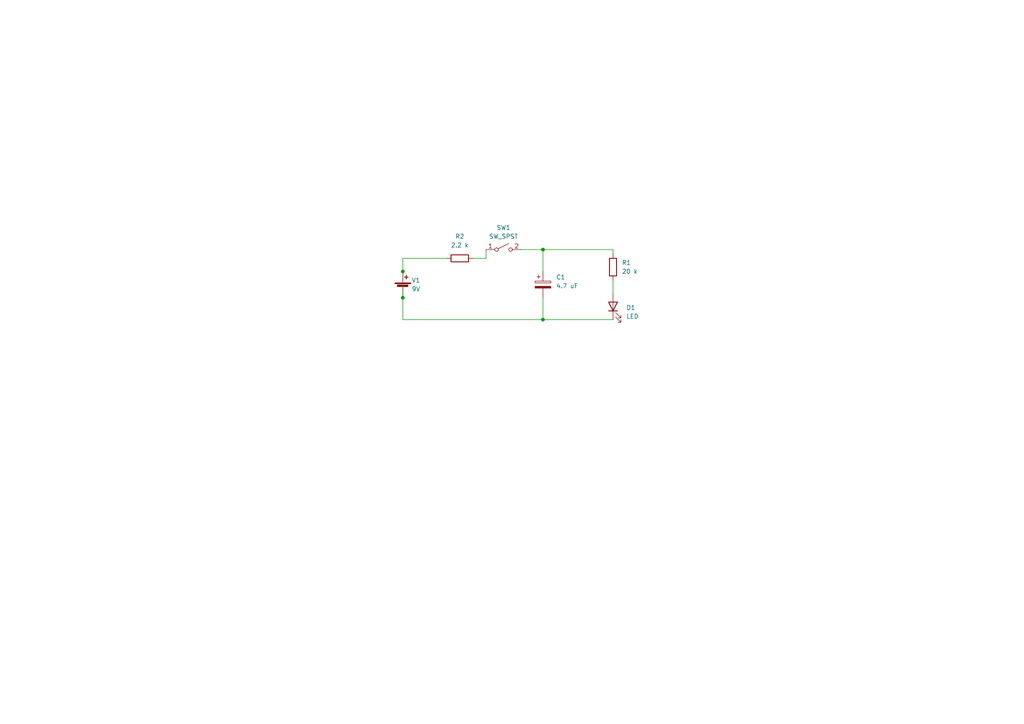
<source format=kicad_sch>
(kicad_sch (version 20211123) (generator eeschema)

  (uuid 1e066f70-73b4-4fd3-9da0-a77b2a5d2fc3)

  (paper "A4")

  (lib_symbols
    (symbol "Device:Battery_Cell" (pin_numbers hide) (pin_names (offset 0) hide) (in_bom yes) (on_board yes)
      (property "Reference" "BT" (id 0) (at 2.54 2.54 0)
        (effects (font (size 1.27 1.27)) (justify left))
      )
      (property "Value" "Battery_Cell" (id 1) (at 2.54 0 0)
        (effects (font (size 1.27 1.27)) (justify left))
      )
      (property "Footprint" "" (id 2) (at 0 1.524 90)
        (effects (font (size 1.27 1.27)) hide)
      )
      (property "Datasheet" "~" (id 3) (at 0 1.524 90)
        (effects (font (size 1.27 1.27)) hide)
      )
      (property "ki_keywords" "battery cell" (id 4) (at 0 0 0)
        (effects (font (size 1.27 1.27)) hide)
      )
      (property "ki_description" "Single-cell battery" (id 5) (at 0 0 0)
        (effects (font (size 1.27 1.27)) hide)
      )
      (symbol "Battery_Cell_0_1"
        (rectangle (start -2.286 1.778) (end 2.286 1.524)
          (stroke (width 0) (type default) (color 0 0 0 0))
          (fill (type outline))
        )
        (rectangle (start -1.5748 1.1938) (end 1.4732 0.6858)
          (stroke (width 0) (type default) (color 0 0 0 0))
          (fill (type outline))
        )
        (polyline
          (pts
            (xy 0 0.762)
            (xy 0 0)
          )
          (stroke (width 0) (type default) (color 0 0 0 0))
          (fill (type none))
        )
        (polyline
          (pts
            (xy 0 1.778)
            (xy 0 2.54)
          )
          (stroke (width 0) (type default) (color 0 0 0 0))
          (fill (type none))
        )
        (polyline
          (pts
            (xy 0.508 3.429)
            (xy 1.524 3.429)
          )
          (stroke (width 0.254) (type default) (color 0 0 0 0))
          (fill (type none))
        )
        (polyline
          (pts
            (xy 1.016 3.937)
            (xy 1.016 2.921)
          )
          (stroke (width 0.254) (type default) (color 0 0 0 0))
          (fill (type none))
        )
      )
      (symbol "Battery_Cell_1_1"
        (pin passive line (at 0 5.08 270) (length 2.54)
          (name "+" (effects (font (size 1.27 1.27))))
          (number "1" (effects (font (size 1.27 1.27))))
        )
        (pin passive line (at 0 -2.54 90) (length 2.54)
          (name "-" (effects (font (size 1.27 1.27))))
          (number "2" (effects (font (size 1.27 1.27))))
        )
      )
    )
    (symbol "Device:C_Polarized" (pin_numbers hide) (pin_names (offset 0.254)) (in_bom yes) (on_board yes)
      (property "Reference" "C" (id 0) (at 0.635 2.54 0)
        (effects (font (size 1.27 1.27)) (justify left))
      )
      (property "Value" "C_Polarized" (id 1) (at 0.635 -2.54 0)
        (effects (font (size 1.27 1.27)) (justify left))
      )
      (property "Footprint" "" (id 2) (at 0.9652 -3.81 0)
        (effects (font (size 1.27 1.27)) hide)
      )
      (property "Datasheet" "~" (id 3) (at 0 0 0)
        (effects (font (size 1.27 1.27)) hide)
      )
      (property "ki_keywords" "cap capacitor" (id 4) (at 0 0 0)
        (effects (font (size 1.27 1.27)) hide)
      )
      (property "ki_description" "Polarized capacitor" (id 5) (at 0 0 0)
        (effects (font (size 1.27 1.27)) hide)
      )
      (property "ki_fp_filters" "CP_*" (id 6) (at 0 0 0)
        (effects (font (size 1.27 1.27)) hide)
      )
      (symbol "C_Polarized_0_1"
        (rectangle (start -2.286 0.508) (end 2.286 1.016)
          (stroke (width 0) (type default) (color 0 0 0 0))
          (fill (type none))
        )
        (polyline
          (pts
            (xy -1.778 2.286)
            (xy -0.762 2.286)
          )
          (stroke (width 0) (type default) (color 0 0 0 0))
          (fill (type none))
        )
        (polyline
          (pts
            (xy -1.27 2.794)
            (xy -1.27 1.778)
          )
          (stroke (width 0) (type default) (color 0 0 0 0))
          (fill (type none))
        )
        (rectangle (start 2.286 -0.508) (end -2.286 -1.016)
          (stroke (width 0) (type default) (color 0 0 0 0))
          (fill (type outline))
        )
      )
      (symbol "C_Polarized_1_1"
        (pin passive line (at 0 3.81 270) (length 2.794)
          (name "~" (effects (font (size 1.27 1.27))))
          (number "1" (effects (font (size 1.27 1.27))))
        )
        (pin passive line (at 0 -3.81 90) (length 2.794)
          (name "~" (effects (font (size 1.27 1.27))))
          (number "2" (effects (font (size 1.27 1.27))))
        )
      )
    )
    (symbol "Device:LED" (pin_numbers hide) (pin_names (offset 1.016) hide) (in_bom yes) (on_board yes)
      (property "Reference" "D" (id 0) (at 0 2.54 0)
        (effects (font (size 1.27 1.27)))
      )
      (property "Value" "LED" (id 1) (at 0 -2.54 0)
        (effects (font (size 1.27 1.27)))
      )
      (property "Footprint" "" (id 2) (at 0 0 0)
        (effects (font (size 1.27 1.27)) hide)
      )
      (property "Datasheet" "~" (id 3) (at 0 0 0)
        (effects (font (size 1.27 1.27)) hide)
      )
      (property "ki_keywords" "LED diode" (id 4) (at 0 0 0)
        (effects (font (size 1.27 1.27)) hide)
      )
      (property "ki_description" "Light emitting diode" (id 5) (at 0 0 0)
        (effects (font (size 1.27 1.27)) hide)
      )
      (property "ki_fp_filters" "LED* LED_SMD:* LED_THT:*" (id 6) (at 0 0 0)
        (effects (font (size 1.27 1.27)) hide)
      )
      (symbol "LED_0_1"
        (polyline
          (pts
            (xy -1.27 -1.27)
            (xy -1.27 1.27)
          )
          (stroke (width 0.254) (type default) (color 0 0 0 0))
          (fill (type none))
        )
        (polyline
          (pts
            (xy -1.27 0)
            (xy 1.27 0)
          )
          (stroke (width 0) (type default) (color 0 0 0 0))
          (fill (type none))
        )
        (polyline
          (pts
            (xy 1.27 -1.27)
            (xy 1.27 1.27)
            (xy -1.27 0)
            (xy 1.27 -1.27)
          )
          (stroke (width 0.254) (type default) (color 0 0 0 0))
          (fill (type none))
        )
        (polyline
          (pts
            (xy -3.048 -0.762)
            (xy -4.572 -2.286)
            (xy -3.81 -2.286)
            (xy -4.572 -2.286)
            (xy -4.572 -1.524)
          )
          (stroke (width 0) (type default) (color 0 0 0 0))
          (fill (type none))
        )
        (polyline
          (pts
            (xy -1.778 -0.762)
            (xy -3.302 -2.286)
            (xy -2.54 -2.286)
            (xy -3.302 -2.286)
            (xy -3.302 -1.524)
          )
          (stroke (width 0) (type default) (color 0 0 0 0))
          (fill (type none))
        )
      )
      (symbol "LED_1_1"
        (pin passive line (at -3.81 0 0) (length 2.54)
          (name "K" (effects (font (size 1.27 1.27))))
          (number "1" (effects (font (size 1.27 1.27))))
        )
        (pin passive line (at 3.81 0 180) (length 2.54)
          (name "A" (effects (font (size 1.27 1.27))))
          (number "2" (effects (font (size 1.27 1.27))))
        )
      )
    )
    (symbol "Device:R" (pin_numbers hide) (pin_names (offset 0)) (in_bom yes) (on_board yes)
      (property "Reference" "R" (id 0) (at 2.032 0 90)
        (effects (font (size 1.27 1.27)))
      )
      (property "Value" "R" (id 1) (at 0 0 90)
        (effects (font (size 1.27 1.27)))
      )
      (property "Footprint" "" (id 2) (at -1.778 0 90)
        (effects (font (size 1.27 1.27)) hide)
      )
      (property "Datasheet" "~" (id 3) (at 0 0 0)
        (effects (font (size 1.27 1.27)) hide)
      )
      (property "ki_keywords" "R res resistor" (id 4) (at 0 0 0)
        (effects (font (size 1.27 1.27)) hide)
      )
      (property "ki_description" "Resistor" (id 5) (at 0 0 0)
        (effects (font (size 1.27 1.27)) hide)
      )
      (property "ki_fp_filters" "R_*" (id 6) (at 0 0 0)
        (effects (font (size 1.27 1.27)) hide)
      )
      (symbol "R_0_1"
        (rectangle (start -1.016 -2.54) (end 1.016 2.54)
          (stroke (width 0.254) (type default) (color 0 0 0 0))
          (fill (type none))
        )
      )
      (symbol "R_1_1"
        (pin passive line (at 0 3.81 270) (length 1.27)
          (name "~" (effects (font (size 1.27 1.27))))
          (number "1" (effects (font (size 1.27 1.27))))
        )
        (pin passive line (at 0 -3.81 90) (length 1.27)
          (name "~" (effects (font (size 1.27 1.27))))
          (number "2" (effects (font (size 1.27 1.27))))
        )
      )
    )
    (symbol "Switch:SW_SPST" (pin_names (offset 0) hide) (in_bom yes) (on_board yes)
      (property "Reference" "SW" (id 0) (at 0 3.175 0)
        (effects (font (size 1.27 1.27)))
      )
      (property "Value" "SW_SPST" (id 1) (at 0 -2.54 0)
        (effects (font (size 1.27 1.27)))
      )
      (property "Footprint" "" (id 2) (at 0 0 0)
        (effects (font (size 1.27 1.27)) hide)
      )
      (property "Datasheet" "~" (id 3) (at 0 0 0)
        (effects (font (size 1.27 1.27)) hide)
      )
      (property "ki_keywords" "switch lever" (id 4) (at 0 0 0)
        (effects (font (size 1.27 1.27)) hide)
      )
      (property "ki_description" "Single Pole Single Throw (SPST) switch" (id 5) (at 0 0 0)
        (effects (font (size 1.27 1.27)) hide)
      )
      (symbol "SW_SPST_0_0"
        (circle (center -2.032 0) (radius 0.508)
          (stroke (width 0) (type default) (color 0 0 0 0))
          (fill (type none))
        )
        (polyline
          (pts
            (xy -1.524 0.254)
            (xy 1.524 1.778)
          )
          (stroke (width 0) (type default) (color 0 0 0 0))
          (fill (type none))
        )
        (circle (center 2.032 0) (radius 0.508)
          (stroke (width 0) (type default) (color 0 0 0 0))
          (fill (type none))
        )
      )
      (symbol "SW_SPST_1_1"
        (pin passive line (at -5.08 0 0) (length 2.54)
          (name "A" (effects (font (size 1.27 1.27))))
          (number "1" (effects (font (size 1.27 1.27))))
        )
        (pin passive line (at 5.08 0 180) (length 2.54)
          (name "B" (effects (font (size 1.27 1.27))))
          (number "2" (effects (font (size 1.27 1.27))))
        )
      )
    )
  )

  (junction (at 116.84 78.74) (diameter 0) (color 0 0 0 0)
    (uuid 0e59d340-f901-4284-89d4-15ea8db42803)
  )
  (junction (at 157.48 72.39) (diameter 0) (color 0 0 0 0)
    (uuid 356756e6-c084-4837-872d-f797e21d9ea4)
  )
  (junction (at 157.48 92.71) (diameter 0) (color 0 0 0 0)
    (uuid 5f960f07-ed47-4621-a60b-4f12151440a6)
  )
  (junction (at 116.84 86.36) (diameter 0) (color 0 0 0 0)
    (uuid 76e196c3-54a4-46ea-b23e-708cefc51b8a)
  )

  (wire (pts (xy 116.84 86.36) (xy 116.84 92.71))
    (stroke (width 0) (type default) (color 0 0 0 0))
    (uuid 03ae80ea-9424-49fa-9f23-56e9517a5018)
  )
  (wire (pts (xy 116.84 92.71) (xy 157.48 92.71))
    (stroke (width 0) (type default) (color 0 0 0 0))
    (uuid 052b9b09-ff72-4076-b2ed-d0c11c04e22e)
  )
  (wire (pts (xy 137.16 74.93) (xy 140.97 74.93))
    (stroke (width 0) (type default) (color 0 0 0 0))
    (uuid 0c728f49-884c-44ac-93b8-ed7c5d0e23ff)
  )
  (wire (pts (xy 116.84 82.55) (xy 116.84 86.36))
    (stroke (width 0) (type default) (color 0 0 0 0))
    (uuid 20d80126-81f8-4858-878f-2617871c7aff)
  )
  (wire (pts (xy 140.97 72.39) (xy 140.97 74.93))
    (stroke (width 0) (type default) (color 0 0 0 0))
    (uuid 3aef9a61-ba14-47d1-81e9-859632133c01)
  )
  (wire (pts (xy 151.13 72.39) (xy 157.48 72.39))
    (stroke (width 0) (type default) (color 0 0 0 0))
    (uuid 4d45084a-96ee-4264-9b7c-7b45da73ba4d)
  )
  (wire (pts (xy 157.48 86.36) (xy 157.48 92.71))
    (stroke (width 0) (type default) (color 0 0 0 0))
    (uuid 74905eee-22d8-44d7-9b14-0a17772ca28d)
  )
  (wire (pts (xy 157.48 72.39) (xy 157.48 78.74))
    (stroke (width 0) (type default) (color 0 0 0 0))
    (uuid 7b3eba5f-3992-4744-ac6e-a6d12851c96b)
  )
  (wire (pts (xy 177.8 72.39) (xy 177.8 73.66))
    (stroke (width 0) (type default) (color 0 0 0 0))
    (uuid 81bbb6ae-3a25-4ce2-8c41-d54540a82516)
  )
  (wire (pts (xy 116.84 78.74) (xy 116.84 80.01))
    (stroke (width 0) (type default) (color 0 0 0 0))
    (uuid b661618a-8db6-42d8-aa1e-0d1507dd2770)
  )
  (wire (pts (xy 177.8 81.28) (xy 177.8 85.09))
    (stroke (width 0) (type default) (color 0 0 0 0))
    (uuid b715fefd-7569-4f2b-973d-5ec356be72b0)
  )
  (wire (pts (xy 157.48 72.39) (xy 177.8 72.39))
    (stroke (width 0) (type default) (color 0 0 0 0))
    (uuid c7563671-6e60-4685-aad6-c5764f73160d)
  )
  (wire (pts (xy 157.48 92.71) (xy 177.8 92.71))
    (stroke (width 0) (type default) (color 0 0 0 0))
    (uuid dc81a046-8bdf-472a-87fc-de241c0f3ca1)
  )
  (wire (pts (xy 116.84 74.93) (xy 116.84 78.74))
    (stroke (width 0) (type default) (color 0 0 0 0))
    (uuid fbb3b353-f2ca-46ae-ba32-47fb318ccecb)
  )
  (wire (pts (xy 116.84 74.93) (xy 129.54 74.93))
    (stroke (width 0) (type default) (color 0 0 0 0))
    (uuid fedc5cfa-c33b-4ad1-bd15-5da4dc142c4f)
  )

  (symbol (lib_id "Device:R") (at 133.35 74.93 270) (unit 1)
    (in_bom yes) (on_board yes) (fields_autoplaced)
    (uuid 29ce372a-dbf6-4d84-b02e-93db8e5a82eb)
    (property "Reference" "R2" (id 0) (at 133.35 68.58 90))
    (property "Value" "2.2 k" (id 1) (at 133.35 71.12 90))
    (property "Footprint" "R_Axial_DIN0516_L15.5mm_D5.0mm_P20.32mm_Horizontal" (id 2) (at 133.35 73.152 90)
      (effects (font (size 1.27 1.27)) hide)
    )
    (property "Datasheet" "~" (id 3) (at 133.35 74.93 0)
      (effects (font (size 1.27 1.27)) hide)
    )
    (pin "1" (uuid 48c05fac-7c32-4b42-b772-546eedfc02e0))
    (pin "2" (uuid 81d29219-0a1c-4d61-951b-3d4d39d84726))
  )

  (symbol (lib_id "Device:LED") (at 177.8 88.9 90) (unit 1)
    (in_bom yes) (on_board yes) (fields_autoplaced)
    (uuid 3be8d262-d7fb-4a6f-83d7-8d6b835b3e17)
    (property "Reference" "D1" (id 0) (at 181.61 89.2174 90)
      (effects (font (size 1.27 1.27)) (justify right))
    )
    (property "Value" "LED" (id 1) (at 181.61 91.7574 90)
      (effects (font (size 1.27 1.27)) (justify right))
    )
    (property "Footprint" "LED_D5.0mm" (id 2) (at 177.8 88.9 0)
      (effects (font (size 1.27 1.27)) hide)
    )
    (property "Datasheet" "~" (id 3) (at 177.8 88.9 0)
      (effects (font (size 1.27 1.27)) hide)
    )
    (pin "1" (uuid 2c47ae29-16fd-43bf-a360-70ab080bf310))
    (pin "2" (uuid a6e554c4-7abd-47a5-9472-d42f4c35e0f4))
  )

  (symbol (lib_id "Device:Battery_Cell") (at 116.84 83.82 0) (unit 1)
    (in_bom yes) (on_board yes)
    (uuid 59c06c9d-63af-4a4e-9759-8bf568f47323)
    (property "Reference" "V1" (id 0) (at 119.38 81.28 0)
      (effects (font (size 1.27 1.27)) (justify left))
    )
    (property "Value" "9V" (id 1) (at 119.38 83.82 0)
      (effects (font (size 1.27 1.27)) (justify left))
    )
    (property "Footprint" "JST_PH_B2B-PH-K_1x02_P2.00mm_Vertical" (id 2) (at 116.84 82.296 90)
      (effects (font (size 1.27 1.27)) hide)
    )
    (property "Datasheet" "~" (id 3) (at 116.84 82.296 90)
      (effects (font (size 1.27 1.27)) hide)
    )
    (pin "1" (uuid 293ffe76-35aa-4d80-84e1-11dd778c3072))
    (pin "2" (uuid 7217af72-91dc-4a11-a919-e66217114eb6))
  )

  (symbol (lib_id "Device:R") (at 177.8 77.47 0) (unit 1)
    (in_bom yes) (on_board yes) (fields_autoplaced)
    (uuid 64379886-a142-4616-8b12-81a8e1aa92a4)
    (property "Reference" "R1" (id 0) (at 180.34 76.1999 0)
      (effects (font (size 1.27 1.27)) (justify left))
    )
    (property "Value" "20 k" (id 1) (at 180.34 78.7399 0)
      (effects (font (size 1.27 1.27)) (justify left))
    )
    (property "Footprint" "R_Axial_DIN0516_L15.5mm_D5.0mm_P20.32mm_Horizontal" (id 2) (at 176.022 77.47 90)
      (effects (font (size 1.27 1.27)) hide)
    )
    (property "Datasheet" "~" (id 3) (at 177.8 77.47 0)
      (effects (font (size 1.27 1.27)) hide)
    )
    (pin "1" (uuid 26087737-e6f1-412a-b909-33635e96c27b))
    (pin "2" (uuid aa144399-50ec-4aab-a2b8-652d74103a90))
  )

  (symbol (lib_id "Device:C_Polarized") (at 157.48 82.55 0) (unit 1)
    (in_bom yes) (on_board yes) (fields_autoplaced)
    (uuid 8997b0a1-c2a1-487a-a4bd-5355813c0609)
    (property "Reference" "C1" (id 0) (at 161.29 80.3909 0)
      (effects (font (size 1.27 1.27)) (justify left))
    )
    (property "Value" "4.7 uF" (id 1) (at 161.29 82.9309 0)
      (effects (font (size 1.27 1.27)) (justify left))
    )
    (property "Footprint" "C_Radial_D5.0mm_H5.0mm_P2.00mm" (id 2) (at 158.4452 86.36 0)
      (effects (font (size 1.27 1.27)) hide)
    )
    (property "Datasheet" "~" (id 3) (at 157.48 82.55 0)
      (effects (font (size 1.27 1.27)) hide)
    )
    (pin "1" (uuid 3c4d0355-66ee-472d-9bf1-877e88322c02))
    (pin "2" (uuid 4d362a79-c921-4045-b03b-c90b4aecc5bd))
  )

  (symbol (lib_id "Switch:SW_SPST") (at 146.05 72.39 0) (unit 1)
    (in_bom yes) (on_board yes) (fields_autoplaced)
    (uuid e56c0953-4239-40d3-a056-b52de40e1e00)
    (property "Reference" "SW1" (id 0) (at 146.05 66.04 0))
    (property "Value" "SW_SPST" (id 1) (at 146.05 68.58 0))
    (property "Footprint" "SW_E-Switch_EG1224_SPDT_Angled" (id 2) (at 146.05 72.39 0)
      (effects (font (size 1.27 1.27)) hide)
    )
    (property "Datasheet" "~" (id 3) (at 146.05 72.39 0)
      (effects (font (size 1.27 1.27)) hide)
    )
    (pin "1" (uuid 6b657368-f0f7-48dd-aece-28ac09a5d362))
    (pin "2" (uuid 5dbe65db-42a9-4847-b2f3-7ba6d8e6da9b))
  )

  (sheet_instances
    (path "/" (page "1"))
  )

  (symbol_instances
    (path "/8997b0a1-c2a1-487a-a4bd-5355813c0609"
      (reference "C1") (unit 1) (value "4.7 uF") (footprint "C_Radial_D5.0mm_H5.0mm_P2.00mm")
    )
    (path "/3be8d262-d7fb-4a6f-83d7-8d6b835b3e17"
      (reference "D1") (unit 1) (value "LED") (footprint "LED_D5.0mm")
    )
    (path "/64379886-a142-4616-8b12-81a8e1aa92a4"
      (reference "R1") (unit 1) (value "20 k") (footprint "R_Axial_DIN0516_L15.5mm_D5.0mm_P20.32mm_Horizontal")
    )
    (path "/29ce372a-dbf6-4d84-b02e-93db8e5a82eb"
      (reference "R2") (unit 1) (value "2.2 k") (footprint "R_Axial_DIN0516_L15.5mm_D5.0mm_P20.32mm_Horizontal")
    )
    (path "/e56c0953-4239-40d3-a056-b52de40e1e00"
      (reference "SW1") (unit 1) (value "SW_SPST") (footprint "SW_E-Switch_EG1224_SPDT_Angled")
    )
    (path "/59c06c9d-63af-4a4e-9759-8bf568f47323"
      (reference "V1") (unit 1) (value "9V") (footprint "JST_PH_B2B-PH-K_1x02_P2.00mm_Vertical")
    )
  )
)

</source>
